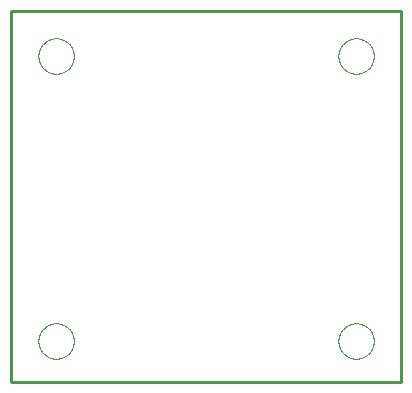
<source format=gbr>
G04 EAGLE Gerber RS-274X export*
G75*
%MOMM*%
%FSLAX25Y25*%
%LPD*%
%INOutline*%
%IPPOS*%
%AMOC8*
5,1,8,0,0,1.08239X$1,22.5*%
G01*
%ADD10C,0.000000*%
%ADD11C,0.254000*%


D10*
X3429000Y3175000D02*
X129000Y3175000D01*
X129000Y33000D01*
X3429000Y33000D01*
X3429000Y3175000D01*
X2898000Y381000D02*
X2898045Y384681D01*
X2898181Y388360D01*
X2898406Y392035D01*
X2898722Y395703D01*
X2899128Y399362D01*
X2899624Y403010D01*
X2900208Y406644D01*
X2900882Y410264D01*
X2901645Y413865D01*
X2902495Y417447D01*
X2903434Y421007D01*
X2904459Y424543D01*
X2905571Y428052D01*
X2906768Y431533D01*
X2908051Y434984D01*
X2909418Y438403D01*
X2910869Y441786D01*
X2912402Y445133D01*
X2914016Y448442D01*
X2915712Y451710D01*
X2917487Y454935D01*
X2919341Y458115D01*
X2921272Y461250D01*
X2923280Y464336D01*
X2925362Y467371D01*
X2927519Y470355D01*
X2929748Y473285D01*
X2932048Y476159D01*
X2934419Y478976D01*
X2936857Y481734D01*
X2939363Y484431D01*
X2941934Y487066D01*
X2944569Y489637D01*
X2947266Y492143D01*
X2950024Y494581D01*
X2952841Y496952D01*
X2955715Y499252D01*
X2958645Y501481D01*
X2961629Y503638D01*
X2964664Y505720D01*
X2967750Y507728D01*
X2970885Y509659D01*
X2974065Y511513D01*
X2977290Y513288D01*
X2980558Y514984D01*
X2983867Y516598D01*
X2987214Y518131D01*
X2990597Y519582D01*
X2994016Y520949D01*
X2997467Y522232D01*
X3000948Y523429D01*
X3004457Y524541D01*
X3007993Y525566D01*
X3011553Y526505D01*
X3015135Y527355D01*
X3018736Y528118D01*
X3022356Y528792D01*
X3025990Y529376D01*
X3029638Y529872D01*
X3033297Y530278D01*
X3036965Y530594D01*
X3040640Y530819D01*
X3044319Y530955D01*
X3048000Y531000D01*
X3051681Y530955D01*
X3055360Y530819D01*
X3059035Y530594D01*
X3062703Y530278D01*
X3066362Y529872D01*
X3070010Y529376D01*
X3073644Y528792D01*
X3077264Y528118D01*
X3080865Y527355D01*
X3084447Y526505D01*
X3088007Y525566D01*
X3091543Y524541D01*
X3095052Y523429D01*
X3098533Y522232D01*
X3101984Y520949D01*
X3105403Y519582D01*
X3108786Y518131D01*
X3112133Y516598D01*
X3115442Y514984D01*
X3118710Y513288D01*
X3121935Y511513D01*
X3125115Y509659D01*
X3128250Y507728D01*
X3131336Y505720D01*
X3134371Y503638D01*
X3137355Y501481D01*
X3140285Y499252D01*
X3143159Y496952D01*
X3145976Y494581D01*
X3148734Y492143D01*
X3151431Y489637D01*
X3154066Y487066D01*
X3156637Y484431D01*
X3159143Y481734D01*
X3161581Y478976D01*
X3163952Y476159D01*
X3166252Y473285D01*
X3168481Y470355D01*
X3170638Y467371D01*
X3172720Y464336D01*
X3174728Y461250D01*
X3176659Y458115D01*
X3178513Y454935D01*
X3180288Y451710D01*
X3181984Y448442D01*
X3183598Y445133D01*
X3185131Y441786D01*
X3186582Y438403D01*
X3187949Y434984D01*
X3189232Y431533D01*
X3190429Y428052D01*
X3191541Y424543D01*
X3192566Y421007D01*
X3193505Y417447D01*
X3194355Y413865D01*
X3195118Y410264D01*
X3195792Y406644D01*
X3196376Y403010D01*
X3196872Y399362D01*
X3197278Y395703D01*
X3197594Y392035D01*
X3197819Y388360D01*
X3197955Y384681D01*
X3198000Y381000D01*
X3197955Y377319D01*
X3197819Y373640D01*
X3197594Y369965D01*
X3197278Y366297D01*
X3196872Y362638D01*
X3196376Y358990D01*
X3195792Y355356D01*
X3195118Y351736D01*
X3194355Y348135D01*
X3193505Y344553D01*
X3192566Y340993D01*
X3191541Y337457D01*
X3190429Y333948D01*
X3189232Y330467D01*
X3187949Y327016D01*
X3186582Y323597D01*
X3185131Y320214D01*
X3183598Y316867D01*
X3181984Y313558D01*
X3180288Y310290D01*
X3178513Y307065D01*
X3176659Y303885D01*
X3174728Y300750D01*
X3172720Y297664D01*
X3170638Y294629D01*
X3168481Y291645D01*
X3166252Y288715D01*
X3163952Y285841D01*
X3161581Y283024D01*
X3159143Y280266D01*
X3156637Y277569D01*
X3154066Y274934D01*
X3151431Y272363D01*
X3148734Y269857D01*
X3145976Y267419D01*
X3143159Y265048D01*
X3140285Y262748D01*
X3137355Y260519D01*
X3134371Y258362D01*
X3131336Y256280D01*
X3128250Y254272D01*
X3125115Y252341D01*
X3121935Y250487D01*
X3118710Y248712D01*
X3115442Y247016D01*
X3112133Y245402D01*
X3108786Y243869D01*
X3105403Y242418D01*
X3101984Y241051D01*
X3098533Y239768D01*
X3095052Y238571D01*
X3091543Y237459D01*
X3088007Y236434D01*
X3084447Y235495D01*
X3080865Y234645D01*
X3077264Y233882D01*
X3073644Y233208D01*
X3070010Y232624D01*
X3066362Y232128D01*
X3062703Y231722D01*
X3059035Y231406D01*
X3055360Y231181D01*
X3051681Y231045D01*
X3048000Y231000D01*
X3044319Y231045D01*
X3040640Y231181D01*
X3036965Y231406D01*
X3033297Y231722D01*
X3029638Y232128D01*
X3025990Y232624D01*
X3022356Y233208D01*
X3018736Y233882D01*
X3015135Y234645D01*
X3011553Y235495D01*
X3007993Y236434D01*
X3004457Y237459D01*
X3000948Y238571D01*
X2997467Y239768D01*
X2994016Y241051D01*
X2990597Y242418D01*
X2987214Y243869D01*
X2983867Y245402D01*
X2980558Y247016D01*
X2977290Y248712D01*
X2974065Y250487D01*
X2970885Y252341D01*
X2967750Y254272D01*
X2964664Y256280D01*
X2961629Y258362D01*
X2958645Y260519D01*
X2955715Y262748D01*
X2952841Y265048D01*
X2950024Y267419D01*
X2947266Y269857D01*
X2944569Y272363D01*
X2941934Y274934D01*
X2939363Y277569D01*
X2936857Y280266D01*
X2934419Y283024D01*
X2932048Y285841D01*
X2929748Y288715D01*
X2927519Y291645D01*
X2925362Y294629D01*
X2923280Y297664D01*
X2921272Y300750D01*
X2919341Y303885D01*
X2917487Y307065D01*
X2915712Y310290D01*
X2914016Y313558D01*
X2912402Y316867D01*
X2910869Y320214D01*
X2909418Y323597D01*
X2908051Y327016D01*
X2906768Y330467D01*
X2905571Y333948D01*
X2904459Y337457D01*
X2903434Y340993D01*
X2902495Y344553D01*
X2901645Y348135D01*
X2900882Y351736D01*
X2900208Y355356D01*
X2899624Y358990D01*
X2899128Y362638D01*
X2898722Y366297D01*
X2898406Y369965D01*
X2898181Y373640D01*
X2898045Y377319D01*
X2898000Y381000D01*
X358000Y381000D02*
X358045Y384681D01*
X358181Y388360D01*
X358406Y392035D01*
X358722Y395703D01*
X359128Y399362D01*
X359624Y403010D01*
X360208Y406644D01*
X360882Y410264D01*
X361645Y413865D01*
X362495Y417447D01*
X363434Y421007D01*
X364459Y424543D01*
X365571Y428052D01*
X366768Y431533D01*
X368051Y434984D01*
X369418Y438403D01*
X370869Y441786D01*
X372402Y445133D01*
X374016Y448442D01*
X375712Y451710D01*
X377487Y454935D01*
X379341Y458115D01*
X381272Y461250D01*
X383280Y464336D01*
X385362Y467371D01*
X387519Y470355D01*
X389748Y473285D01*
X392048Y476159D01*
X394419Y478976D01*
X396857Y481734D01*
X399363Y484431D01*
X401934Y487066D01*
X404569Y489637D01*
X407266Y492143D01*
X410024Y494581D01*
X412841Y496952D01*
X415715Y499252D01*
X418645Y501481D01*
X421629Y503638D01*
X424664Y505720D01*
X427750Y507728D01*
X430885Y509659D01*
X434065Y511513D01*
X437290Y513288D01*
X440558Y514984D01*
X443867Y516598D01*
X447214Y518131D01*
X450597Y519582D01*
X454016Y520949D01*
X457467Y522232D01*
X460948Y523429D01*
X464457Y524541D01*
X467993Y525566D01*
X471553Y526505D01*
X475135Y527355D01*
X478736Y528118D01*
X482356Y528792D01*
X485990Y529376D01*
X489638Y529872D01*
X493297Y530278D01*
X496965Y530594D01*
X500640Y530819D01*
X504319Y530955D01*
X508000Y531000D01*
X511681Y530955D01*
X515360Y530819D01*
X519035Y530594D01*
X522703Y530278D01*
X526362Y529872D01*
X530010Y529376D01*
X533644Y528792D01*
X537264Y528118D01*
X540865Y527355D01*
X544447Y526505D01*
X548007Y525566D01*
X551543Y524541D01*
X555052Y523429D01*
X558533Y522232D01*
X561984Y520949D01*
X565403Y519582D01*
X568786Y518131D01*
X572133Y516598D01*
X575442Y514984D01*
X578710Y513288D01*
X581935Y511513D01*
X585115Y509659D01*
X588250Y507728D01*
X591336Y505720D01*
X594371Y503638D01*
X597355Y501481D01*
X600285Y499252D01*
X603159Y496952D01*
X605976Y494581D01*
X608734Y492143D01*
X611431Y489637D01*
X614066Y487066D01*
X616637Y484431D01*
X619143Y481734D01*
X621581Y478976D01*
X623952Y476159D01*
X626252Y473285D01*
X628481Y470355D01*
X630638Y467371D01*
X632720Y464336D01*
X634728Y461250D01*
X636659Y458115D01*
X638513Y454935D01*
X640288Y451710D01*
X641984Y448442D01*
X643598Y445133D01*
X645131Y441786D01*
X646582Y438403D01*
X647949Y434984D01*
X649232Y431533D01*
X650429Y428052D01*
X651541Y424543D01*
X652566Y421007D01*
X653505Y417447D01*
X654355Y413865D01*
X655118Y410264D01*
X655792Y406644D01*
X656376Y403010D01*
X656872Y399362D01*
X657278Y395703D01*
X657594Y392035D01*
X657819Y388360D01*
X657955Y384681D01*
X658000Y381000D01*
X657955Y377319D01*
X657819Y373640D01*
X657594Y369965D01*
X657278Y366297D01*
X656872Y362638D01*
X656376Y358990D01*
X655792Y355356D01*
X655118Y351736D01*
X654355Y348135D01*
X653505Y344553D01*
X652566Y340993D01*
X651541Y337457D01*
X650429Y333948D01*
X649232Y330467D01*
X647949Y327016D01*
X646582Y323597D01*
X645131Y320214D01*
X643598Y316867D01*
X641984Y313558D01*
X640288Y310290D01*
X638513Y307065D01*
X636659Y303885D01*
X634728Y300750D01*
X632720Y297664D01*
X630638Y294629D01*
X628481Y291645D01*
X626252Y288715D01*
X623952Y285841D01*
X621581Y283024D01*
X619143Y280266D01*
X616637Y277569D01*
X614066Y274934D01*
X611431Y272363D01*
X608734Y269857D01*
X605976Y267419D01*
X603159Y265048D01*
X600285Y262748D01*
X597355Y260519D01*
X594371Y258362D01*
X591336Y256280D01*
X588250Y254272D01*
X585115Y252341D01*
X581935Y250487D01*
X578710Y248712D01*
X575442Y247016D01*
X572133Y245402D01*
X568786Y243869D01*
X565403Y242418D01*
X561984Y241051D01*
X558533Y239768D01*
X555052Y238571D01*
X551543Y237459D01*
X548007Y236434D01*
X544447Y235495D01*
X540865Y234645D01*
X537264Y233882D01*
X533644Y233208D01*
X530010Y232624D01*
X526362Y232128D01*
X522703Y231722D01*
X519035Y231406D01*
X515360Y231181D01*
X511681Y231045D01*
X508000Y231000D01*
X504319Y231045D01*
X500640Y231181D01*
X496965Y231406D01*
X493297Y231722D01*
X489638Y232128D01*
X485990Y232624D01*
X482356Y233208D01*
X478736Y233882D01*
X475135Y234645D01*
X471553Y235495D01*
X467993Y236434D01*
X464457Y237459D01*
X460948Y238571D01*
X457467Y239768D01*
X454016Y241051D01*
X450597Y242418D01*
X447214Y243869D01*
X443867Y245402D01*
X440558Y247016D01*
X437290Y248712D01*
X434065Y250487D01*
X430885Y252341D01*
X427750Y254272D01*
X424664Y256280D01*
X421629Y258362D01*
X418645Y260519D01*
X415715Y262748D01*
X412841Y265048D01*
X410024Y267419D01*
X407266Y269857D01*
X404569Y272363D01*
X401934Y274934D01*
X399363Y277569D01*
X396857Y280266D01*
X394419Y283024D01*
X392048Y285841D01*
X389748Y288715D01*
X387519Y291645D01*
X385362Y294629D01*
X383280Y297664D01*
X381272Y300750D01*
X379341Y303885D01*
X377487Y307065D01*
X375712Y310290D01*
X374016Y313558D01*
X372402Y316867D01*
X370869Y320214D01*
X369418Y323597D01*
X368051Y327016D01*
X366768Y330467D01*
X365571Y333948D01*
X364459Y337457D01*
X363434Y340993D01*
X362495Y344553D01*
X361645Y348135D01*
X360882Y351736D01*
X360208Y355356D01*
X359624Y358990D01*
X359128Y362638D01*
X358722Y366297D01*
X358406Y369965D01*
X358181Y373640D01*
X358045Y377319D01*
X358000Y381000D01*
X358000Y2794000D02*
X358045Y2797681D01*
X358181Y2801360D01*
X358406Y2805035D01*
X358722Y2808703D01*
X359128Y2812362D01*
X359624Y2816010D01*
X360208Y2819644D01*
X360882Y2823264D01*
X361645Y2826865D01*
X362495Y2830447D01*
X363434Y2834007D01*
X364459Y2837543D01*
X365571Y2841052D01*
X366768Y2844533D01*
X368051Y2847984D01*
X369418Y2851403D01*
X370869Y2854786D01*
X372402Y2858133D01*
X374016Y2861442D01*
X375712Y2864710D01*
X377487Y2867935D01*
X379341Y2871115D01*
X381272Y2874250D01*
X383280Y2877336D01*
X385362Y2880371D01*
X387519Y2883355D01*
X389748Y2886285D01*
X392048Y2889159D01*
X394419Y2891976D01*
X396857Y2894734D01*
X399363Y2897431D01*
X401934Y2900066D01*
X404569Y2902637D01*
X407266Y2905143D01*
X410024Y2907581D01*
X412841Y2909952D01*
X415715Y2912252D01*
X418645Y2914481D01*
X421629Y2916638D01*
X424664Y2918720D01*
X427750Y2920728D01*
X430885Y2922659D01*
X434065Y2924513D01*
X437290Y2926288D01*
X440558Y2927984D01*
X443867Y2929598D01*
X447214Y2931131D01*
X450597Y2932582D01*
X454016Y2933949D01*
X457467Y2935232D01*
X460948Y2936429D01*
X464457Y2937541D01*
X467993Y2938566D01*
X471553Y2939505D01*
X475135Y2940355D01*
X478736Y2941118D01*
X482356Y2941792D01*
X485990Y2942376D01*
X489638Y2942872D01*
X493297Y2943278D01*
X496965Y2943594D01*
X500640Y2943819D01*
X504319Y2943955D01*
X508000Y2944000D01*
X511681Y2943955D01*
X515360Y2943819D01*
X519035Y2943594D01*
X522703Y2943278D01*
X526362Y2942872D01*
X530010Y2942376D01*
X533644Y2941792D01*
X537264Y2941118D01*
X540865Y2940355D01*
X544447Y2939505D01*
X548007Y2938566D01*
X551543Y2937541D01*
X555052Y2936429D01*
X558533Y2935232D01*
X561984Y2933949D01*
X565403Y2932582D01*
X568786Y2931131D01*
X572133Y2929598D01*
X575442Y2927984D01*
X578710Y2926288D01*
X581935Y2924513D01*
X585115Y2922659D01*
X588250Y2920728D01*
X591336Y2918720D01*
X594371Y2916638D01*
X597355Y2914481D01*
X600285Y2912252D01*
X603159Y2909952D01*
X605976Y2907581D01*
X608734Y2905143D01*
X611431Y2902637D01*
X614066Y2900066D01*
X616637Y2897431D01*
X619143Y2894734D01*
X621581Y2891976D01*
X623952Y2889159D01*
X626252Y2886285D01*
X628481Y2883355D01*
X630638Y2880371D01*
X632720Y2877336D01*
X634728Y2874250D01*
X636659Y2871115D01*
X638513Y2867935D01*
X640288Y2864710D01*
X641984Y2861442D01*
X643598Y2858133D01*
X645131Y2854786D01*
X646582Y2851403D01*
X647949Y2847984D01*
X649232Y2844533D01*
X650429Y2841052D01*
X651541Y2837543D01*
X652566Y2834007D01*
X653505Y2830447D01*
X654355Y2826865D01*
X655118Y2823264D01*
X655792Y2819644D01*
X656376Y2816010D01*
X656872Y2812362D01*
X657278Y2808703D01*
X657594Y2805035D01*
X657819Y2801360D01*
X657955Y2797681D01*
X658000Y2794000D01*
X657955Y2790319D01*
X657819Y2786640D01*
X657594Y2782965D01*
X657278Y2779297D01*
X656872Y2775638D01*
X656376Y2771990D01*
X655792Y2768356D01*
X655118Y2764736D01*
X654355Y2761135D01*
X653505Y2757553D01*
X652566Y2753993D01*
X651541Y2750457D01*
X650429Y2746948D01*
X649232Y2743467D01*
X647949Y2740016D01*
X646582Y2736597D01*
X645131Y2733214D01*
X643598Y2729867D01*
X641984Y2726558D01*
X640288Y2723290D01*
X638513Y2720065D01*
X636659Y2716885D01*
X634728Y2713750D01*
X632720Y2710664D01*
X630638Y2707629D01*
X628481Y2704645D01*
X626252Y2701715D01*
X623952Y2698841D01*
X621581Y2696024D01*
X619143Y2693266D01*
X616637Y2690569D01*
X614066Y2687934D01*
X611431Y2685363D01*
X608734Y2682857D01*
X605976Y2680419D01*
X603159Y2678048D01*
X600285Y2675748D01*
X597355Y2673519D01*
X594371Y2671362D01*
X591336Y2669280D01*
X588250Y2667272D01*
X585115Y2665341D01*
X581935Y2663487D01*
X578710Y2661712D01*
X575442Y2660016D01*
X572133Y2658402D01*
X568786Y2656869D01*
X565403Y2655418D01*
X561984Y2654051D01*
X558533Y2652768D01*
X555052Y2651571D01*
X551543Y2650459D01*
X548007Y2649434D01*
X544447Y2648495D01*
X540865Y2647645D01*
X537264Y2646882D01*
X533644Y2646208D01*
X530010Y2645624D01*
X526362Y2645128D01*
X522703Y2644722D01*
X519035Y2644406D01*
X515360Y2644181D01*
X511681Y2644045D01*
X508000Y2644000D01*
X504319Y2644045D01*
X500640Y2644181D01*
X496965Y2644406D01*
X493297Y2644722D01*
X489638Y2645128D01*
X485990Y2645624D01*
X482356Y2646208D01*
X478736Y2646882D01*
X475135Y2647645D01*
X471553Y2648495D01*
X467993Y2649434D01*
X464457Y2650459D01*
X460948Y2651571D01*
X457467Y2652768D01*
X454016Y2654051D01*
X450597Y2655418D01*
X447214Y2656869D01*
X443867Y2658402D01*
X440558Y2660016D01*
X437290Y2661712D01*
X434065Y2663487D01*
X430885Y2665341D01*
X427750Y2667272D01*
X424664Y2669280D01*
X421629Y2671362D01*
X418645Y2673519D01*
X415715Y2675748D01*
X412841Y2678048D01*
X410024Y2680419D01*
X407266Y2682857D01*
X404569Y2685363D01*
X401934Y2687934D01*
X399363Y2690569D01*
X396857Y2693266D01*
X394419Y2696024D01*
X392048Y2698841D01*
X389748Y2701715D01*
X387519Y2704645D01*
X385362Y2707629D01*
X383280Y2710664D01*
X381272Y2713750D01*
X379341Y2716885D01*
X377487Y2720065D01*
X375712Y2723290D01*
X374016Y2726558D01*
X372402Y2729867D01*
X370869Y2733214D01*
X369418Y2736597D01*
X368051Y2740016D01*
X366768Y2743467D01*
X365571Y2746948D01*
X364459Y2750457D01*
X363434Y2753993D01*
X362495Y2757553D01*
X361645Y2761135D01*
X360882Y2764736D01*
X360208Y2768356D01*
X359624Y2771990D01*
X359128Y2775638D01*
X358722Y2779297D01*
X358406Y2782965D01*
X358181Y2786640D01*
X358045Y2790319D01*
X358000Y2794000D01*
X2898000Y2794000D02*
X2898045Y2797681D01*
X2898181Y2801360D01*
X2898406Y2805035D01*
X2898722Y2808703D01*
X2899128Y2812362D01*
X2899624Y2816010D01*
X2900208Y2819644D01*
X2900882Y2823264D01*
X2901645Y2826865D01*
X2902495Y2830447D01*
X2903434Y2834007D01*
X2904459Y2837543D01*
X2905571Y2841052D01*
X2906768Y2844533D01*
X2908051Y2847984D01*
X2909418Y2851403D01*
X2910869Y2854786D01*
X2912402Y2858133D01*
X2914016Y2861442D01*
X2915712Y2864710D01*
X2917487Y2867935D01*
X2919341Y2871115D01*
X2921272Y2874250D01*
X2923280Y2877336D01*
X2925362Y2880371D01*
X2927519Y2883355D01*
X2929748Y2886285D01*
X2932048Y2889159D01*
X2934419Y2891976D01*
X2936857Y2894734D01*
X2939363Y2897431D01*
X2941934Y2900066D01*
X2944569Y2902637D01*
X2947266Y2905143D01*
X2950024Y2907581D01*
X2952841Y2909952D01*
X2955715Y2912252D01*
X2958645Y2914481D01*
X2961629Y2916638D01*
X2964664Y2918720D01*
X2967750Y2920728D01*
X2970885Y2922659D01*
X2974065Y2924513D01*
X2977290Y2926288D01*
X2980558Y2927984D01*
X2983867Y2929598D01*
X2987214Y2931131D01*
X2990597Y2932582D01*
X2994016Y2933949D01*
X2997467Y2935232D01*
X3000948Y2936429D01*
X3004457Y2937541D01*
X3007993Y2938566D01*
X3011553Y2939505D01*
X3015135Y2940355D01*
X3018736Y2941118D01*
X3022356Y2941792D01*
X3025990Y2942376D01*
X3029638Y2942872D01*
X3033297Y2943278D01*
X3036965Y2943594D01*
X3040640Y2943819D01*
X3044319Y2943955D01*
X3048000Y2944000D01*
X3051681Y2943955D01*
X3055360Y2943819D01*
X3059035Y2943594D01*
X3062703Y2943278D01*
X3066362Y2942872D01*
X3070010Y2942376D01*
X3073644Y2941792D01*
X3077264Y2941118D01*
X3080865Y2940355D01*
X3084447Y2939505D01*
X3088007Y2938566D01*
X3091543Y2937541D01*
X3095052Y2936429D01*
X3098533Y2935232D01*
X3101984Y2933949D01*
X3105403Y2932582D01*
X3108786Y2931131D01*
X3112133Y2929598D01*
X3115442Y2927984D01*
X3118710Y2926288D01*
X3121935Y2924513D01*
X3125115Y2922659D01*
X3128250Y2920728D01*
X3131336Y2918720D01*
X3134371Y2916638D01*
X3137355Y2914481D01*
X3140285Y2912252D01*
X3143159Y2909952D01*
X3145976Y2907581D01*
X3148734Y2905143D01*
X3151431Y2902637D01*
X3154066Y2900066D01*
X3156637Y2897431D01*
X3159143Y2894734D01*
X3161581Y2891976D01*
X3163952Y2889159D01*
X3166252Y2886285D01*
X3168481Y2883355D01*
X3170638Y2880371D01*
X3172720Y2877336D01*
X3174728Y2874250D01*
X3176659Y2871115D01*
X3178513Y2867935D01*
X3180288Y2864710D01*
X3181984Y2861442D01*
X3183598Y2858133D01*
X3185131Y2854786D01*
X3186582Y2851403D01*
X3187949Y2847984D01*
X3189232Y2844533D01*
X3190429Y2841052D01*
X3191541Y2837543D01*
X3192566Y2834007D01*
X3193505Y2830447D01*
X3194355Y2826865D01*
X3195118Y2823264D01*
X3195792Y2819644D01*
X3196376Y2816010D01*
X3196872Y2812362D01*
X3197278Y2808703D01*
X3197594Y2805035D01*
X3197819Y2801360D01*
X3197955Y2797681D01*
X3198000Y2794000D01*
X3197955Y2790319D01*
X3197819Y2786640D01*
X3197594Y2782965D01*
X3197278Y2779297D01*
X3196872Y2775638D01*
X3196376Y2771990D01*
X3195792Y2768356D01*
X3195118Y2764736D01*
X3194355Y2761135D01*
X3193505Y2757553D01*
X3192566Y2753993D01*
X3191541Y2750457D01*
X3190429Y2746948D01*
X3189232Y2743467D01*
X3187949Y2740016D01*
X3186582Y2736597D01*
X3185131Y2733214D01*
X3183598Y2729867D01*
X3181984Y2726558D01*
X3180288Y2723290D01*
X3178513Y2720065D01*
X3176659Y2716885D01*
X3174728Y2713750D01*
X3172720Y2710664D01*
X3170638Y2707629D01*
X3168481Y2704645D01*
X3166252Y2701715D01*
X3163952Y2698841D01*
X3161581Y2696024D01*
X3159143Y2693266D01*
X3156637Y2690569D01*
X3154066Y2687934D01*
X3151431Y2685363D01*
X3148734Y2682857D01*
X3145976Y2680419D01*
X3143159Y2678048D01*
X3140285Y2675748D01*
X3137355Y2673519D01*
X3134371Y2671362D01*
X3131336Y2669280D01*
X3128250Y2667272D01*
X3125115Y2665341D01*
X3121935Y2663487D01*
X3118710Y2661712D01*
X3115442Y2660016D01*
X3112133Y2658402D01*
X3108786Y2656869D01*
X3105403Y2655418D01*
X3101984Y2654051D01*
X3098533Y2652768D01*
X3095052Y2651571D01*
X3091543Y2650459D01*
X3088007Y2649434D01*
X3084447Y2648495D01*
X3080865Y2647645D01*
X3077264Y2646882D01*
X3073644Y2646208D01*
X3070010Y2645624D01*
X3066362Y2645128D01*
X3062703Y2644722D01*
X3059035Y2644406D01*
X3055360Y2644181D01*
X3051681Y2644045D01*
X3048000Y2644000D01*
X3044319Y2644045D01*
X3040640Y2644181D01*
X3036965Y2644406D01*
X3033297Y2644722D01*
X3029638Y2645128D01*
X3025990Y2645624D01*
X3022356Y2646208D01*
X3018736Y2646882D01*
X3015135Y2647645D01*
X3011553Y2648495D01*
X3007993Y2649434D01*
X3004457Y2650459D01*
X3000948Y2651571D01*
X2997467Y2652768D01*
X2994016Y2654051D01*
X2990597Y2655418D01*
X2987214Y2656869D01*
X2983867Y2658402D01*
X2980558Y2660016D01*
X2977290Y2661712D01*
X2974065Y2663487D01*
X2970885Y2665341D01*
X2967750Y2667272D01*
X2964664Y2669280D01*
X2961629Y2671362D01*
X2958645Y2673519D01*
X2955715Y2675748D01*
X2952841Y2678048D01*
X2950024Y2680419D01*
X2947266Y2682857D01*
X2944569Y2685363D01*
X2941934Y2687934D01*
X2939363Y2690569D01*
X2936857Y2693266D01*
X2934419Y2696024D01*
X2932048Y2698841D01*
X2929748Y2701715D01*
X2927519Y2704645D01*
X2925362Y2707629D01*
X2923280Y2710664D01*
X2921272Y2713750D01*
X2919341Y2716885D01*
X2917487Y2720065D01*
X2915712Y2723290D01*
X2914016Y2726558D01*
X2912402Y2729867D01*
X2910869Y2733214D01*
X2909418Y2736597D01*
X2908051Y2740016D01*
X2906768Y2743467D01*
X2905571Y2746948D01*
X2904459Y2750457D01*
X2903434Y2753993D01*
X2902495Y2757553D01*
X2901645Y2761135D01*
X2900882Y2764736D01*
X2900208Y2768356D01*
X2899624Y2771990D01*
X2899128Y2775638D01*
X2898722Y2779297D01*
X2898406Y2782965D01*
X2898181Y2786640D01*
X2898045Y2790319D01*
X2898000Y2794000D01*
D11*
X129000Y33000D02*
X3429000Y33000D01*
X3429000Y3175000D01*
X129000Y3175000D01*
X129000Y33000D01*
M02*

</source>
